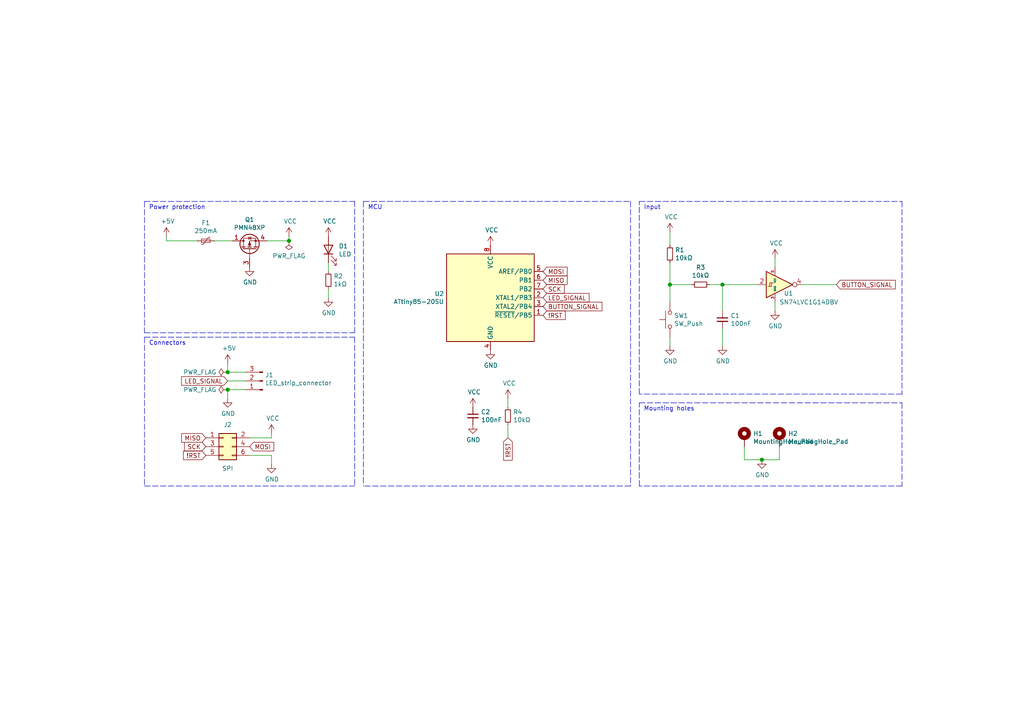
<source format=kicad_sch>
(kicad_sch (version 20210126) (generator eeschema)
  (paper "A4")
  (title_block (title "Attiny Snake 1D") (date "2020-10-04") (rev "0.1"))
  (lib_symbols
    (symbol "74xGxx:SN74LVC1G14DBV"
      (property "Reference" "U" (at -2.54 5.08 0))
      (property "Value" "SN74LVC1G14DBV" (at 10.16 5.08 0))
      (symbol "SN74LVC1G14DBV_0_1"
        (circle (center 5.715 0) (radius 0.635))
        (polyline (pts (xy -1.016 0.508) (xy -0.508 0.508)))
        (polyline (pts (xy -2.54 3.81) (xy -2.54 -3.81) (xy 5.08 0) (xy -2.54 3.81)) (stroke (width 0.254)) (fill (type background)))
        (polyline (pts (xy -1.524 -0.508) (xy -1.524 0.508) (xy -1.016 0.508) (xy -1.016 -0.508) (xy -2.032 -0.508)))
      )
      (symbol "SN74LVC1G14DBV_1_1"
        (pin no_connect line (at 5.08 0 180) (length 2.54) hide (name "NC") (number "1"))
        (pin input line (at -5.08 0 0) (length 2.54) (name "~") (number "2"))
        (pin power_in line (at 0 -5.08 90) (length 2.54) (name "GND") (number "3"))
        (pin output line (at 7.62 0 180) (length 1.27) (name "~") (number "4"))
        (pin power_in line (at 0 5.08 270) (length 2.54) (name "VCC") (number "5"))
      )
    )
    (symbol "Connector:Conn_01x03_Male" (pin_names (offset 1.016) hide)
      (property "Reference" "J" (at 0 5.08 0))
      (property "Value" "Conn_01x03_Male" (at 0 -5.08 0))
      (symbol "Conn_01x03_Male_1_1"
        (rectangle (start 0.8636 -2.413) (end 0 -2.667) (stroke (width 0.1524)) (fill (type outline)))
        (rectangle (start 0.8636 0.127) (end 0 -0.127) (stroke (width 0.1524)) (fill (type outline)))
        (rectangle (start 0.8636 2.667) (end 0 2.413) (stroke (width 0.1524)) (fill (type outline)))
        (polyline (pts (xy 1.27 -2.54) (xy 0.8636 -2.54)) (stroke (width 0.1524)))
        (polyline (pts (xy 1.27 0) (xy 0.8636 0)) (stroke (width 0.1524)))
        (polyline (pts (xy 1.27 2.54) (xy 0.8636 2.54)) (stroke (width 0.1524)))
        (pin passive line (at 5.08 2.54 180) (length 3.81) (name "Pin_1") (number "1"))
        (pin passive line (at 5.08 0 180) (length 3.81) (name "Pin_2") (number "2"))
        (pin passive line (at 5.08 -2.54 180) (length 3.81) (name "Pin_3") (number "3"))
      )
    )
    (symbol "Connector_Generic:Conn_02x03_Odd_Even" (pin_names (offset 1.016) hide)
      (property "Reference" "J" (at 1.27 5.08 0))
      (property "Value" "Conn_02x03_Odd_Even" (at 1.27 -5.08 0))
      (symbol "Conn_02x03_Odd_Even_1_1"
        (rectangle (start -1.27 -2.413) (end 0 -2.667) (stroke (width 0.1524)))
        (rectangle (start -1.27 2.667) (end 0 2.413) (stroke (width 0.1524)))
        (rectangle (start -1.27 3.81) (end 3.81 -3.81) (stroke (width 0.254)) (fill (type background)))
        (rectangle (start -1.27 0.127) (end 0 -0.127) (stroke (width 0.1524)))
        (rectangle (start 3.81 -2.413) (end 2.54 -2.667) (stroke (width 0.1524)))
        (rectangle (start 3.81 2.667) (end 2.54 2.413) (stroke (width 0.1524)))
        (rectangle (start 3.81 0.127) (end 2.54 -0.127) (stroke (width 0.1524)))
        (pin passive line (at -5.08 2.54 0) (length 3.81) (name "Pin_1") (number "1"))
        (pin passive line (at 7.62 2.54 180) (length 3.81) (name "Pin_2") (number "2"))
        (pin passive line (at -5.08 0 0) (length 3.81) (name "Pin_3") (number "3"))
        (pin passive line (at 7.62 0 180) (length 3.81) (name "Pin_4") (number "4"))
        (pin passive line (at -5.08 -2.54 0) (length 3.81) (name "Pin_5") (number "5"))
        (pin passive line (at 7.62 -2.54 180) (length 3.81) (name "Pin_6") (number "6"))
      )
    )
    (symbol "Device:C_Small" (pin_numbers hide) (pin_names (offset 0.254) hide)
      (property "Reference" "C" (at 0.254 1.778 0))
      (property "Value" "C_Small" (at 0.254 -2.032 0))
      (symbol "C_Small_0_1"
        (polyline (pts (xy -1.524 -0.508) (xy 1.524 -0.508)) (stroke (width 0.3302)))
        (polyline (pts (xy -1.524 0.508) (xy 1.524 0.508)) (stroke (width 0.3048)))
      )
      (symbol "C_Small_1_1"
        (pin passive line (at 0 2.54 270) (length 2.032) (name "~") (number "1"))
        (pin passive line (at 0 -2.54 90) (length 2.032) (name "~") (number "2"))
      )
    )
    (symbol "Device:LED" (pin_numbers hide) (pin_names (offset 1.016) hide)
      (property "Reference" "D" (at 0 2.54 0))
      (property "Value" "LED" (at 0 -2.54 0))
      (symbol "LED_0_1"
        (polyline (pts (xy -1.27 -1.27) (xy -1.27 1.27)) (stroke (width 0.254)))
        (polyline (pts (xy -1.27 0) (xy 1.27 0)))
        (polyline (pts (xy 1.27 -1.27) (xy 1.27 1.27) (xy -1.27 0) (xy 1.27 -1.27)) (stroke (width 0.254)))
        (polyline (pts (xy -3.048 -0.762) (xy -4.572 -2.286) (xy -3.81 -2.286) (xy -4.572 -2.286) (xy -4.572 -1.524)))
        (polyline (pts (xy -1.778 -0.762) (xy -3.302 -2.286) (xy -2.54 -2.286) (xy -3.302 -2.286) (xy -3.302 -1.524)))
      )
      (symbol "LED_1_1"
        (pin passive line (at -3.81 0 0) (length 2.54) (name "K") (number "1"))
        (pin passive line (at 3.81 0 180) (length 2.54) (name "A") (number "2"))
      )
    )
    (symbol "Device:Polyfuse_Small" (pin_numbers hide) (pin_names (offset 0))
      (property "Reference" "F" (at -1.905 0 90))
      (property "Value" "Polyfuse_Small" (at 1.905 0 90))
      (symbol "Polyfuse_Small_0_1"
        (rectangle (start -0.508 1.27) (end 0.508 -1.27))
        (polyline (pts (xy 0 2.54) (xy 0 -2.54)))
        (polyline (pts (xy -1.016 1.27) (xy -1.016 0.762) (xy 1.016 -0.762) (xy 1.016 -1.27)))
      )
      (symbol "Polyfuse_Small_1_1"
        (pin passive line (at 0 2.54 270) (length 0.635) (name "~") (number "1"))
        (pin passive line (at 0 -2.54 90) (length 0.635) (name "~") (number "2"))
      )
    )
    (symbol "Device:R_Small" (pin_numbers hide) (pin_names (offset 0.254) hide)
      (property "Reference" "R" (at 0.762 0.508 0))
      (property "Value" "R_Small" (at 0.762 -1.016 0))
      (symbol "R_Small_0_1"
        (rectangle (start -0.762 1.778) (end 0.762 -1.778) (stroke (width 0.2032)))
      )
      (symbol "R_Small_1_1"
        (pin passive line (at 0 2.54 270) (length 0.762) (name "~") (number "1"))
        (pin passive line (at 0 -2.54 90) (length 0.762) (name "~") (number "2"))
      )
    )
    (symbol "MCU_Microchip_ATtiny:ATtiny85-20SU"
      (property "Reference" "U" (at -12.7 13.97 0))
      (property "Value" "ATtiny85-20SU" (at 2.54 -13.97 0))
      (symbol "ATtiny85-20SU_0_1"
        (rectangle (start -12.7 -12.7) (end 12.7 12.7) (stroke (width 0.254)) (fill (type background)))
      )
      (symbol "ATtiny85-20SU_1_1"
        (pin bidirectional line (at 15.24 -5.08 180) (length 2.54) (name "~RESET~/PB5") (number "1"))
        (pin bidirectional line (at 15.24 0 180) (length 2.54) (name "XTAL1/PB3") (number "2"))
        (pin bidirectional line (at 15.24 -2.54 180) (length 2.54) (name "XTAL2/PB4") (number "3"))
        (pin power_in line (at 0 -15.24 90) (length 2.54) (name "GND") (number "4"))
        (pin bidirectional line (at 15.24 7.62 180) (length 2.54) (name "AREF/PB0") (number "5"))
        (pin bidirectional line (at 15.24 5.08 180) (length 2.54) (name "PB1") (number "6"))
        (pin bidirectional line (at 15.24 2.54 180) (length 2.54) (name "PB2") (number "7"))
        (pin power_in line (at 0 15.24 270) (length 2.54) (name "VCC") (number "8"))
      )
    )
    (symbol "Mechanical:MountingHole_Pad" (pin_numbers hide) (pin_names (offset 1.016) hide)
      (property "Reference" "H" (at 0 6.35 0))
      (property "Value" "MountingHole_Pad" (at 0 4.445 0))
      (symbol "MountingHole_Pad_0_1"
        (circle (center 0 1.27) (radius 1.27) (stroke (width 1.27)))
      )
      (symbol "MountingHole_Pad_1_1"
        (pin input line (at 0 -2.54 90) (length 2.54) (name "1") (number "1"))
      )
    )
    (symbol "Switch:SW_Push" (pin_numbers hide) (pin_names (offset 1.016) hide)
      (property "Reference" "SW" (at 1.27 2.54 0))
      (property "Value" "SW_Push" (at 0 -1.524 0))
      (symbol "SW_Push_0_1"
        (circle (center -2.032 0) (radius 0.508))
        (circle (center 2.032 0) (radius 0.508))
        (polyline (pts (xy 0 1.27) (xy 0 3.048)))
        (polyline (pts (xy 2.54 1.27) (xy -2.54 1.27)))
        (pin passive line (at -5.08 0 0) (length 2.54) (name "1") (number "1"))
        (pin passive line (at 5.08 0 180) (length 2.54) (name "2") (number "2"))
      )
    )
    (symbol "Transistor_FET:PMN48XP" (pin_names hide)
      (property "Reference" "Q" (at 5.08 2.54 0))
      (property "Value" "PMN48XP" (at 5.08 0 0))
      (symbol "PMN48XP_0_1"
        (circle (center 1.651 0) (radius 2.794) (stroke (width 0.254)))
        (circle (center 2.54 -1.778) (radius 0.254) (fill (type outline)))
        (circle (center 2.54 1.778) (radius 0.254) (fill (type outline)))
        (polyline (pts (xy 0.254 0) (xy -2.54 0)))
        (polyline (pts (xy 0.254 1.905) (xy 0.254 -1.905)) (stroke (width 0.254)))
        (polyline (pts (xy 0.762 -1.27) (xy 0.762 -2.286)) (stroke (width 0.254)))
        (polyline (pts (xy 0.762 0.508) (xy 0.762 -0.508)) (stroke (width 0.254)))
        (polyline (pts (xy 0.762 2.286) (xy 0.762 1.27)) (stroke (width 0.254)))
        (polyline (pts (xy 2.54 2.54) (xy 2.54 1.778)))
        (polyline (pts (xy 2.54 -2.54) (xy 2.54 0) (xy 0.762 0)))
        (polyline (pts (xy 0.762 1.778) (xy 3.302 1.778) (xy 3.302 -1.778) (xy 0.762 -1.778)))
        (polyline (pts (xy 2.286 0) (xy 1.27 0.381) (xy 1.27 -0.381) (xy 2.286 0)) (fill (type outline)))
        (polyline (pts (xy 2.794 -0.508) (xy 2.921 -0.381) (xy 3.683 -0.381) (xy 3.81 -0.254)))
        (polyline (pts (xy 3.302 -0.381) (xy 2.921 0.254) (xy 3.683 0.254) (xy 3.302 -0.381)))
      )
      (symbol "PMN48XP_1_1"
        (pin passive line (at 2.54 5.08 270) (length 2.54) (name "D") (number "1"))
        (pin passive line (at 2.54 5.08 270) (length 2.54) hide (name "D") (number "2"))
        (pin passive line (at -5.08 0 0) (length 2.54) (name "G") (number "3"))
        (pin passive line (at 2.54 -5.08 90) (length 2.54) (name "S") (number "4"))
        (pin passive line (at 2.54 5.08 270) (length 2.54) hide (name "D") (number "5"))
        (pin passive line (at 2.54 5.08 270) (length 2.54) hide (name "D") (number "6"))
      )
    )
    (symbol "power:+5V" (power) (pin_names (offset 0))
      (property "Value" "+5V" (at 0 3.556 0))
      (symbol "+5V_0_1"
        (polyline (pts (xy -0.762 1.27) (xy 0 2.54)))
        (polyline (pts (xy 0 0) (xy 0 2.54)))
        (polyline (pts (xy 0 2.54) (xy 0.762 1.27)))
      )
      (symbol "+5V_1_1"
        (pin power_in line (at 0 0 90) (length 0) hide (name "+5V") (number "1"))
      )
    )
    (symbol "power:GND" (power) (pin_names (offset 0))
      (property "Value" "GND" (at 0 -3.81 0))
      (symbol "GND_0_1"
        (polyline (pts (xy 0 0) (xy 0 -1.27) (xy 1.27 -1.27) (xy 0 -2.54) (xy -1.27 -1.27) (xy 0 -1.27)))
      )
      (symbol "GND_1_1"
        (pin power_in line (at 0 0 270) (length 0) hide (name "GND") (number "1"))
      )
    )
    (symbol "power:PWR_FLAG" (power) (pin_numbers hide) (pin_names (offset 0) hide)
      (property "Value" "PWR_FLAG" (at 0 3.81 0))
      (symbol "PWR_FLAG_0_0"
        (pin power_out line (at 0 0 90) (length 0) (name "pwr") (number "1"))
      )
      (symbol "PWR_FLAG_0_1"
        (polyline (pts (xy 0 0) (xy 0 1.27) (xy -1.016 1.905) (xy 0 2.54) (xy 1.016 1.905) (xy 0 1.27)))
      )
    )
    (symbol "power:VCC" (power) (pin_names (offset 0))
      (property "Value" "VCC" (at 0 3.81 0))
      (symbol "VCC_0_1"
        (polyline (pts (xy -0.762 1.27) (xy 0 2.54)))
        (polyline (pts (xy 0 0) (xy 0 2.54)))
        (polyline (pts (xy 0 2.54) (xy 0.762 1.27)))
      )
      (symbol "VCC_1_1"
        (pin power_in line (at 0 0 90) (length 0) hide (name "VCC") (number "1"))
      )
    )
  )
  (junction (at 66.04 107.95) (diameter 1.016))
  (junction (at 66.04 113.03) (diameter 1.016))
  (junction (at 83.82 69.85) (diameter 1.016))
  (junction (at 194.31 82.55) (diameter 1.016))
  (junction (at 209.55 82.55) (diameter 1.016))
  (junction (at 220.98 133.35) (diameter 1.016))
  (wire (pts (xy 48.26 68.58) (xy 48.26 69.85)))
  (wire (pts (xy 48.26 69.85) (xy 57.15 69.85)))
  (wire (pts (xy 62.23 69.85) (xy 67.31 69.85)))
  (wire (pts (xy 66.04 105.41) (xy 66.04 107.95)))
  (wire (pts (xy 66.04 107.95) (xy 71.12 107.95)))
  (wire (pts (xy 66.04 110.49) (xy 71.12 110.49)))
  (wire (pts (xy 66.04 113.03) (xy 66.04 115.57)))
  (wire (pts (xy 71.12 113.03) (xy 66.04 113.03)))
  (wire (pts (xy 72.39 127) (xy 78.74 127)))
  (wire (pts (xy 72.39 132.08) (xy 78.74 132.08)))
  (wire (pts (xy 77.47 69.85) (xy 83.82 69.85)))
  (wire (pts (xy 78.74 127) (xy 78.74 125.73)))
  (wire (pts (xy 78.74 132.08) (xy 78.74 134.62)))
  (wire (pts (xy 83.82 69.85) (xy 83.82 68.58)))
  (wire (pts (xy 95.25 76.2) (xy 95.25 78.74)))
  (wire (pts (xy 95.25 83.82) (xy 95.25 86.36)))
  (wire (pts (xy 147.32 118.11) (xy 147.32 115.57)))
  (wire (pts (xy 147.32 127) (xy 147.32 123.19)))
  (wire (pts (xy 194.31 67.31) (xy 194.31 71.12)))
  (wire (pts (xy 194.31 76.2) (xy 194.31 82.55)))
  (wire (pts (xy 194.31 82.55) (xy 200.66 82.55)))
  (wire (pts (xy 194.31 87.63) (xy 194.31 82.55)))
  (wire (pts (xy 194.31 100.33) (xy 194.31 97.79)))
  (wire (pts (xy 205.74 82.55) (xy 209.55 82.55)))
  (wire (pts (xy 209.55 82.55) (xy 219.71 82.55)))
  (wire (pts (xy 209.55 90.17) (xy 209.55 82.55)))
  (wire (pts (xy 209.55 95.25) (xy 209.55 100.33)))
  (wire (pts (xy 215.9 129.54) (xy 215.9 133.35)))
  (wire (pts (xy 215.9 133.35) (xy 220.98 133.35)))
  (wire (pts (xy 224.79 77.47) (xy 224.79 74.93)))
  (wire (pts (xy 224.79 87.63) (xy 224.79 90.17)))
  (wire (pts (xy 226.06 129.54) (xy 226.06 133.35)))
  (wire (pts (xy 226.06 133.35) (xy 220.98 133.35)))
  (wire (pts (xy 232.41 82.55) (xy 242.57 82.55)))
  (polyline (pts (xy 41.91 58.42) (xy 41.91 96.52)) (stroke (width 0) (type dash)))
  (polyline (pts (xy 41.91 58.42) (xy 102.87 58.42)) (stroke (width 0) (type dash)))
  (polyline (pts (xy 41.91 96.52) (xy 102.87 96.52)) (stroke (width 0) (type dash)))
  (polyline (pts (xy 41.91 97.79) (xy 41.91 140.97)) (stroke (width 0) (type dash)))
  (polyline (pts (xy 41.91 97.79) (xy 102.87 97.79)) (stroke (width 0) (type dash)))
  (polyline (pts (xy 41.91 140.97) (xy 102.87 140.97)) (stroke (width 0) (type dash)))
  (polyline (pts (xy 102.87 96.52) (xy 102.87 58.42)) (stroke (width 0) (type dash)))
  (polyline (pts (xy 102.87 97.79) (xy 102.87 140.97)) (stroke (width 0) (type dash)))
  (polyline (pts (xy 105.41 58.42) (xy 105.41 140.97)) (stroke (width 0) (type dash)))
  (polyline (pts (xy 105.41 58.42) (xy 182.88 58.42)) (stroke (width 0) (type dash)))
  (polyline (pts (xy 182.88 58.42) (xy 182.88 140.97)) (stroke (width 0) (type dash)))
  (polyline (pts (xy 182.88 140.97) (xy 105.41 140.97)) (stroke (width 0) (type dash)))
  (polyline (pts (xy 185.42 58.42) (xy 261.62 58.42)) (stroke (width 0) (type dash)))
  (polyline (pts (xy 185.42 114.3) (xy 185.42 58.42)) (stroke (width 0) (type dash)))
  (polyline (pts (xy 185.42 116.84) (xy 261.62 116.84)) (stroke (width 0) (type dash)))
  (polyline (pts (xy 185.42 140.97) (xy 185.42 116.84)) (stroke (width 0) (type dash)))
  (polyline (pts (xy 261.62 58.42) (xy 261.62 114.3)) (stroke (width 0) (type dash)))
  (polyline (pts (xy 261.62 114.3) (xy 185.42 114.3)) (stroke (width 0) (type dash)))
  (polyline (pts (xy 261.62 116.84) (xy 261.62 140.97)) (stroke (width 0) (type dash)))
  (polyline (pts (xy 261.62 140.97) (xy 185.42 140.97)) (stroke (width 0) (type dash)))
  (text "Power protection" (at 43.18 60.96 0) (effects (font (size 1.27 1.27)) (justify left bottom)))
  (text "Connectors" (at 43.18 100.33 0) (effects (font (size 1.27 1.27)) (justify left bottom)))
  (text "MCU" (at 106.68 60.96 0) (effects (font (size 1.27 1.27)) (justify left bottom)))
  (text "Input" (at 186.69 60.96 0) (effects (font (size 1.27 1.27)) (justify left bottom)))
  (text "Mounting holes" (at 186.69 119.38 0) (effects (font (size 1.27 1.27)) (justify left bottom)))
  (global_label "MISO" (shape input) (at 59.69 127 180) (property "Intersheet References" "${INTERSHEET_REFS}" (effects hide)))
  (global_label "SCK" (shape input) (at 59.69 129.54 180) (property "Intersheet References" "${INTERSHEET_REFS}" (effects hide)))
  (global_label "!RST" (shape input) (at 59.69 132.08 180) (property "Intersheet References" "${INTERSHEET_REFS}" (effects hide)))
  (global_label "LED_SIGNAL" (shape input) (at 66.04 110.49 180) (property "Intersheet References" "${INTERSHEET_REFS}" (effects hide)))
  (global_label "MOSI" (shape input) (at 72.39 129.54 0) (property "Intersheet References" "${INTERSHEET_REFS}" (effects hide)))
  (global_label "!RST" (shape input) (at 147.32 127 270) (property "Intersheet References" "${INTERSHEET_REFS}" (effects hide)))
  (global_label "MOSI" (shape input) (at 157.48 78.74 0) (property "Intersheet References" "${INTERSHEET_REFS}" (effects hide)))
  (global_label "MISO" (shape input) (at 157.48 81.28 0) (property "Intersheet References" "${INTERSHEET_REFS}" (effects hide)))
  (global_label "SCK" (shape input) (at 157.48 83.82 0) (property "Intersheet References" "${INTERSHEET_REFS}" (effects hide)))
  (global_label "LED_SIGNAL" (shape input) (at 157.48 86.36 0) (property "Intersheet References" "${INTERSHEET_REFS}" (effects hide)))
  (global_label "BUTTON_SIGNAL" (shape input) (at 157.48 88.9 0) (property "Intersheet References" "${INTERSHEET_REFS}" (effects hide)))
  (global_label "!RST" (shape input) (at 157.48 91.44 0) (property "Intersheet References" "${INTERSHEET_REFS}" (effects hide)))
  (global_label "BUTTON_SIGNAL" (shape input) (at 242.57 82.55 0) (property "Intersheet References" "${INTERSHEET_REFS}" (effects hide)))
  (symbol (lib_id "power:PWR_FLAG") (at 66.04 107.95 90) (unit 1)
    (property "Reference" "#FLG02" (effects hide))
    (property "Value" "PWR_FLAG" (at 62.8142 107.95 90) (effects (justify left)))
  )
  (symbol (lib_id "power:PWR_FLAG") (at 66.04 113.03 90) (unit 1)
    (property "Reference" "#FLG03" (effects hide))
    (property "Value" "PWR_FLAG" (at 62.8142 113.03 90) (effects (justify left)))
  )
  (symbol (lib_id "power:PWR_FLAG") (at 83.82 69.85 180) (unit 1)
    (property "Reference" "#FLG01" (effects hide))
    (property "Value" "PWR_FLAG" (at 83.82 74.2442 0))
  )
  (symbol (lib_id "power:+5V") (at 48.26 68.58 0) (unit 1)
    (property "Reference" "#PWR02" (effects hide))
    (property "Value" "+5V" (at 48.641 64.1858 0))
  )
  (symbol (lib_id "power:+5V") (at 66.04 105.41 0) (unit 1)
    (property "Reference" "#PWR013" (effects hide))
    (property "Value" "+5V" (at 66.421 101.0158 0))
  )
  (symbol (lib_id "power:VCC") (at 78.74 125.73 0) (unit 1)
    (property "Reference" "#PWR018" (effects hide))
    (property "Value" "VCC" (at 79.121 121.3358 0))
  )
  (symbol (lib_id "power:VCC") (at 83.82 68.58 0) (unit 1)
    (property "Reference" "#PWR03" (effects hide))
    (property "Value" "VCC" (at 84.201 64.1858 0))
  )
  (symbol (lib_id "power:VCC") (at 95.25 68.58 0) (unit 1)
    (property "Reference" "#PWR04" (effects hide))
    (property "Value" "VCC" (at 95.631 64.1858 0))
  )
  (symbol (lib_id "power:VCC") (at 137.16 118.11 0) (unit 1)
    (property "Reference" "#PWR016" (effects hide))
    (property "Value" "VCC" (at 137.541 113.7158 0))
  )
  (symbol (lib_id "power:VCC") (at 142.24 71.12 0) (unit 1)
    (property "Reference" "#PWR05" (effects hide))
    (property "Value" "VCC" (at 142.621 66.7258 0))
  )
  (symbol (lib_id "power:VCC") (at 147.32 115.57 0) (unit 1)
    (property "Reference" "#PWR015" (effects hide))
    (property "Value" "VCC" (at 147.701 111.1758 0))
  )
  (symbol (lib_id "power:VCC") (at 194.31 67.31 0) (unit 1)
    (property "Reference" "#PWR01" (effects hide))
    (property "Value" "VCC" (at 194.691 62.9158 0))
  )
  (symbol (lib_id "power:VCC") (at 224.79 74.93 0) (unit 1)
    (property "Reference" "#PWR06" (effects hide))
    (property "Value" "VCC" (at 225.171 70.5358 0))
  )
  (symbol (lib_id "power:GND") (at 66.04 115.57 0) (unit 1)
    (property "Reference" "#PWR014" (effects hide))
    (property "Value" "GND" (at 66.167 119.9642 0))
  )
  (symbol (lib_id "power:GND") (at 72.39 77.47 0) (unit 1)
    (property "Reference" "#PWR07" (effects hide))
    (property "Value" "GND" (at 72.517 81.8642 0))
  )
  (symbol (lib_id "power:GND") (at 78.74 134.62 0) (unit 1)
    (property "Reference" "#PWR019" (effects hide))
    (property "Value" "GND" (at 78.867 139.0142 0))
  )
  (symbol (lib_id "power:GND") (at 95.25 86.36 0) (unit 1)
    (property "Reference" "#PWR08" (effects hide))
    (property "Value" "GND" (at 95.377 90.7542 0))
  )
  (symbol (lib_id "power:GND") (at 137.16 123.19 0) (unit 1)
    (property "Reference" "#PWR017" (effects hide))
    (property "Value" "GND" (at 137.287 127.5842 0))
  )
  (symbol (lib_id "power:GND") (at 142.24 101.6 0) (unit 1)
    (property "Reference" "#PWR012" (effects hide))
    (property "Value" "GND" (at 142.367 105.9942 0))
  )
  (symbol (lib_id "power:GND") (at 194.31 100.33 0) (unit 1)
    (property "Reference" "#PWR010" (effects hide))
    (property "Value" "GND" (at 194.437 104.7242 0))
  )
  (symbol (lib_id "power:GND") (at 209.55 100.33 0) (unit 1)
    (property "Reference" "#PWR011" (effects hide))
    (property "Value" "GND" (at 209.677 104.7242 0))
  )
  (symbol (lib_id "power:GND") (at 220.98 133.35 0) (unit 1)
    (property "Reference" "#PWR020" (effects hide))
    (property "Value" "GND" (at 221.107 137.7442 0))
  )
  (symbol (lib_id "power:GND") (at 224.79 90.17 0) (unit 1)
    (property "Reference" "#PWR09" (effects hide))
    (property "Value" "GND" (at 224.917 94.5642 0))
  )
  (symbol (lib_id "Device:R_Small") (at 95.25 81.28 180) (unit 1)
    (property "Reference" "R2" (at 96.7486 80.1116 0) (effects (justify right)))
    (property "Value" "1kΩ" (at 96.7486 82.423 0) (effects (justify right)))
    (property "Footprint" "Resistor_SMD:R_1206_3216Metric_Pad1.30x1.75mm_HandSolder" (effects hide))
  )
  (symbol (lib_id "Device:R_Small") (at 147.32 120.65 180) (unit 1)
    (property "Reference" "R4" (at 148.8186 119.4816 0) (effects (justify right)))
    (property "Value" "10kΩ" (at 148.8186 121.793 0) (effects (justify right)))
    (property "Footprint" "Resistor_SMD:R_0805_2012Metric_Pad1.20x1.40mm_HandSolder" (effects hide))
  )
  (symbol (lib_id "Device:R_Small") (at 194.31 73.66 0) (unit 1)
    (property "Reference" "R1" (at 195.8086 72.4916 0) (effects (justify left)))
    (property "Value" "10kΩ" (at 195.8086 74.803 0) (effects (justify left)))
    (property "Footprint" "Resistor_SMD:R_0805_2012Metric_Pad1.20x1.40mm_HandSolder" (effects hide))
  )
  (symbol (lib_id "Device:R_Small") (at 203.2 82.55 270) (unit 1)
    (property "Reference" "R3" (at 203.2 77.5716 90))
    (property "Value" "10kΩ" (at 203.2 79.883 90))
    (property "Footprint" "Resistor_SMD:R_0805_2012Metric_Pad1.20x1.40mm_HandSolder" (effects hide))
  )
  (symbol (lib_id "Device:Polyfuse_Small") (at 59.69 69.85 270) (unit 1)
    (property "Reference" "F1" (at 59.69 64.643 90))
    (property "Value" "250mA" (at 59.69 66.9544 90))
    (property "Footprint" "Fuse:Fuse_1206_3216Metric_Pad1.42x1.75mm_HandSolder" (effects hide))
  )
  (symbol (lib_id "Device:C_Small") (at 137.16 120.65 0) (unit 1)
    (property "Reference" "C2" (at 139.4968 119.4816 0) (effects (justify left)))
    (property "Value" "100nF" (at 139.4968 121.793 0) (effects (justify left)))
    (property "Footprint" "Capacitor_SMD:C_1206_3216Metric_Pad1.33x1.80mm_HandSolder" (effects hide))
  )
  (symbol (lib_id "Device:C_Small") (at 209.55 92.71 0) (unit 1)
    (property "Reference" "C1" (at 211.8868 91.5416 0) (effects (justify left)))
    (property "Value" "100nF" (at 211.8868 93.853 0) (effects (justify left)))
    (property "Footprint" "Capacitor_SMD:C_1206_3216Metric_Pad1.33x1.80mm_HandSolder" (effects hide))
  )
  (symbol (lib_id "Mechanical:MountingHole_Pad") (at 215.9 127 0) (unit 1)
    (property "Reference" "H1" (at 218.44 125.7554 0) (effects (justify left)))
    (property "Value" "MountingHole_Pad" (at 218.44 128.0668 0) (effects (justify left)))
    (property "Footprint" "MountingHole:MountingHole_3.2mm_M3_Pad_Via" (effects hide))
  )
  (symbol (lib_id "Mechanical:MountingHole_Pad") (at 226.06 127 0) (unit 1)
    (property "Reference" "H2" (at 228.6 125.7554 0) (effects (justify left)))
    (property "Value" "MountingHole_Pad" (at 228.6 128.0668 0) (effects (justify left)))
    (property "Footprint" "MountingHole:MountingHole_3.2mm_M3_Pad_Via" (effects hide))
  )
  (symbol (lib_id "Device:LED") (at 95.25 72.39 90) (unit 1)
    (property "Reference" "D1" (at 98.2472 71.3994 90) (effects (justify right)))
    (property "Value" "LED" (at 98.2472 73.7108 90) (effects (justify right)))
    (property "Footprint" "LED_SMD:LED_1206_3216Metric_Pad1.42x1.75mm_HandSolder" (effects hide))
  )
  (symbol (lib_id "Connector:Conn_01x03_Male") (at 76.2 110.49 180) (unit 1)
    (property "Reference" "J1" (at 76.9112 108.7628 0) (effects (justify right)))
    (property "Value" "LED_strip_connector" (at 76.9112 111.0742 0) (effects (justify right)))
    (property "Footprint" "Connector_PinHeader_2.54mm:PinHeader_1x03_P2.54mm_Horizontal" (effects hide))
  )
  (symbol (lib_id "Switch:SW_Push") (at 194.31 92.71 90) (unit 1)
    (property "Reference" "SW1" (at 195.5292 91.5416 90) (effects (justify right)))
    (property "Value" "SW_Push" (at 195.5292 93.853 90) (effects (justify right)))
    (property "Footprint" "Button_Switch_Keyboard:SW_Cherry_MX_1.00u_PCB" (effects hide))
  )
  (symbol (lib_id "Connector_Generic:Conn_02x03_Odd_Even") (at 64.77 129.54 0) (unit 1)
    (property "Reference" "J2" (at 66.04 123.19 0))
    (property "Value" "SPI" (at 66.04 135.89 0))
    (property "Footprint" "Snake_1D:SPI_pads_2.54mm" (effects hide))
  )
  (symbol (lib_id "Transistor_FET:PMN48XP") (at 72.39 72.39 90) (unit 1)
    (property "Reference" "Q1" (at 72.39 63.7032 90))
    (property "Value" "PMN48XP" (at 72.39 66.0146 90))
    (property "Footprint" "Package_SO:TSOP-6_1.65x3.05mm_P0.95mm" (effects hide))
    (property "Datasheet" "https://assets.nexperia.com/documents/data-sheet/PMN48XP.pdf" (effects hide))
  )
  (symbol (lib_id "74xGxx:SN74LVC1G14DBV") (at 224.79 82.55 0) (unit 1)
    (property "Reference" "U1" (at 227.33 85.09 0) (effects (justify left)))
    (property "Value" "SN74LVC1G14DBV" (at 226.06 87.63 0) (effects (justify left)))
    (property "Footprint" "Package_TO_SOT_SMD:SOT-23-5_HandSoldering" (effects hide))
    (property "Datasheet" "http://www.ti.com/lit/ds/symlink/sn74lvc1g14.pdf" (effects hide))
  )
  (symbol (lib_id "MCU_Microchip_ATtiny:ATtiny85-20SU") (at 142.24 86.36 0) (unit 1)
    (property "Reference" "U2" (at 128.8034 85.1916 0) (effects (justify right)))
    (property "Value" "ATtiny85-20SU" (at 128.8034 87.503 0) (effects (justify right)))
    (property "Footprint" "Package_SO:SOIJ-8_5.3x5.3mm_P1.27mm" (effects hide))
    (property "Datasheet" "http://ww1.microchip.com/downloads/en/DeviceDoc/atmel-2586-avr-8-bit-microcontroller-attiny25-attiny45-attiny85_datasheet.pdf" (effects hide))
  )
)
</source>
